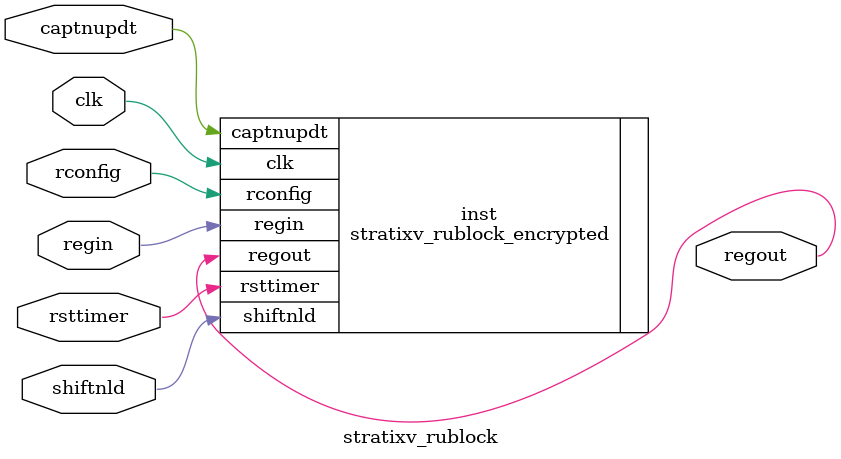
<source format=v>
module    stratixv_rublock    (
    clk,
    shiftnld,
    captnupdt,
    regin,
    rsttimer,
    rconfig,
    regout);
    parameter    sim_init_watchdog_value    =    0;
    parameter    sim_init_status    =    0;
    parameter    sim_init_config_is_application    =    "false";
    parameter    sim_init_watchdog_enabled    =    "false";
    parameter    lpm_type    =    "stratixv_rublock";
    input    clk;
    input    shiftnld;
    input    captnupdt;
    input    regin;
    input    rsttimer;
    input    rconfig;
    output    regout;
    stratixv_rublock_encrypted inst (
        .clk(clk),
        .shiftnld(shiftnld),
        .captnupdt(captnupdt),
        .regin(regin),
        .rsttimer(rsttimer),
        .rconfig(rconfig),
        .regout(regout) );
    defparam inst.sim_init_watchdog_value = sim_init_watchdog_value;
    defparam inst.sim_init_status = sim_init_status;
    defparam inst.sim_init_config_is_application = sim_init_config_is_application;
    defparam inst.sim_init_watchdog_enabled = sim_init_watchdog_enabled;
    defparam inst.lpm_type = lpm_type;
endmodule
</source>
